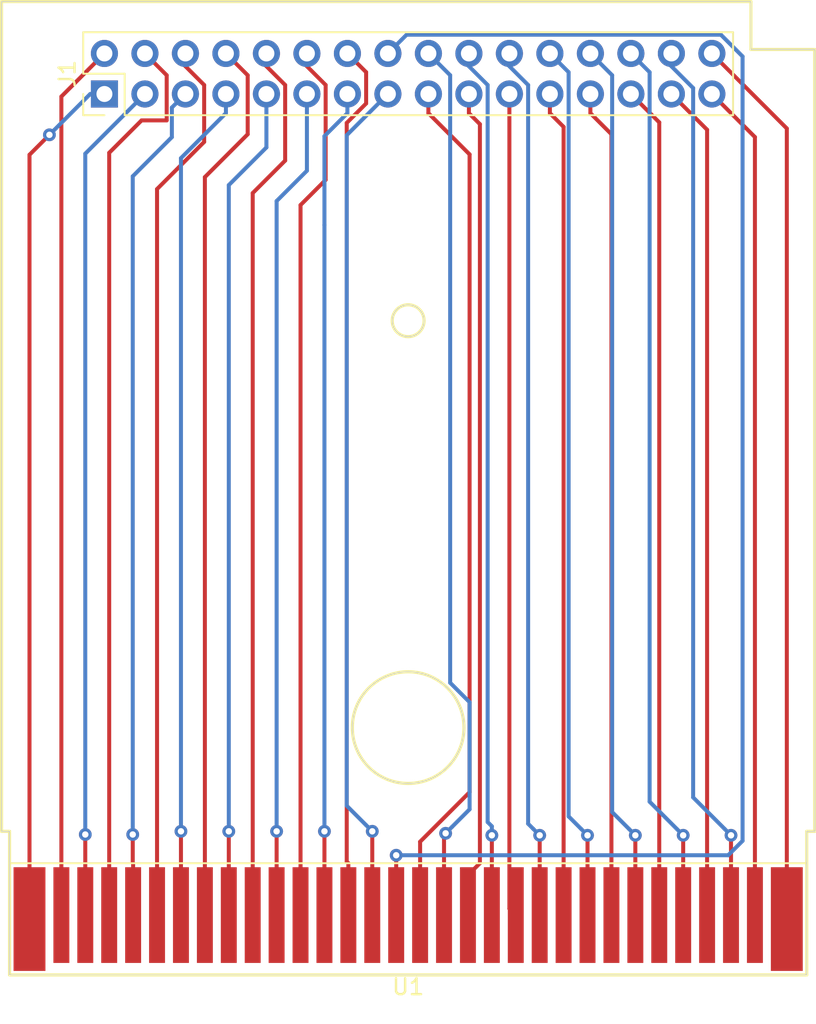
<source format=kicad_pcb>
(kicad_pcb (version 20171130) (host pcbnew "(5.1.4)-1")

  (general
    (thickness 1.6)
    (drawings 12)
    (tracks 165)
    (zones 0)
    (modules 2)
    (nets 33)
  )

  (page A4)
  (layers
    (0 F.Cu signal)
    (31 B.Cu signal)
    (32 B.Adhes user)
    (33 F.Adhes user)
    (34 B.Paste user)
    (35 F.Paste user)
    (36 B.SilkS user)
    (37 F.SilkS user)
    (38 B.Mask user)
    (39 F.Mask user)
    (40 Dwgs.User user)
    (41 Cmts.User user)
    (42 Eco1.User user)
    (43 Eco2.User user)
    (44 Edge.Cuts user)
    (45 Margin user)
    (46 B.CrtYd user)
    (47 F.CrtYd user)
    (48 B.Fab user)
    (49 F.Fab user)
  )

  (setup
    (last_trace_width 0.25)
    (trace_clearance 0.2)
    (zone_clearance 0.508)
    (zone_45_only no)
    (trace_min 0.2)
    (via_size 0.8)
    (via_drill 0.4)
    (via_min_size 0.4)
    (via_min_drill 0.3)
    (uvia_size 0.3)
    (uvia_drill 0.1)
    (uvias_allowed no)
    (uvia_min_size 0.2)
    (uvia_min_drill 0.1)
    (edge_width 0.05)
    (segment_width 0.2)
    (pcb_text_width 0.3)
    (pcb_text_size 1.5 1.5)
    (mod_edge_width 0.12)
    (mod_text_size 1 1)
    (mod_text_width 0.15)
    (pad_size 1.524 1.524)
    (pad_drill 0.762)
    (pad_to_mask_clearance 0.051)
    (solder_mask_min_width 0.25)
    (aux_axis_origin 0 0)
    (visible_elements 7FFFF7FF)
    (pcbplotparams
      (layerselection 0x010fc_ffffffff)
      (usegerberextensions false)
      (usegerberattributes false)
      (usegerberadvancedattributes false)
      (creategerberjobfile false)
      (excludeedgelayer true)
      (linewidth 0.100000)
      (plotframeref false)
      (viasonmask false)
      (mode 1)
      (useauxorigin false)
      (hpglpennumber 1)
      (hpglpenspeed 20)
      (hpglpendiameter 15.000000)
      (psnegative false)
      (psa4output false)
      (plotreference true)
      (plotvalue true)
      (plotinvisibletext false)
      (padsonsilk false)
      (subtractmaskfromsilk false)
      (outputformat 1)
      (mirror false)
      (drillshape 1)
      (scaleselection 1)
      (outputdirectory ""))
  )

  (net 0 "")
  (net 1 +5V)
  (net 2 /CLK)
  (net 3 /~WR)
  (net 4 /~RD)
  (net 5 /~CS)
  (net 6 /A0)
  (net 7 /A1)
  (net 8 /A2)
  (net 9 /A3)
  (net 10 /A4)
  (net 11 /A5)
  (net 12 /A6)
  (net 13 /A7)
  (net 14 /A8)
  (net 15 /A9)
  (net 16 /A10)
  (net 17 /A11)
  (net 18 /A12)
  (net 19 /A13)
  (net 20 /A14)
  (net 21 /A15)
  (net 22 /D0)
  (net 23 /D1)
  (net 24 /D2)
  (net 25 /D3)
  (net 26 /D4)
  (net 27 /D5)
  (net 28 /D6)
  (net 29 /D7)
  (net 30 /~RESET)
  (net 31 /AUDIO)
  (net 32 GND)

  (net_class Default "This is the default net class."
    (clearance 0.2)
    (trace_width 0.25)
    (via_dia 0.8)
    (via_drill 0.4)
    (uvia_dia 0.3)
    (uvia_drill 0.1)
    (add_net +5V)
    (add_net /A0)
    (add_net /A1)
    (add_net /A10)
    (add_net /A11)
    (add_net /A12)
    (add_net /A13)
    (add_net /A14)
    (add_net /A15)
    (add_net /A2)
    (add_net /A3)
    (add_net /A4)
    (add_net /A5)
    (add_net /A6)
    (add_net /A7)
    (add_net /A8)
    (add_net /A9)
    (add_net /AUDIO)
    (add_net /CLK)
    (add_net /D0)
    (add_net /D1)
    (add_net /D2)
    (add_net /D3)
    (add_net /D4)
    (add_net /D5)
    (add_net /D6)
    (add_net /D7)
    (add_net /~CS)
    (add_net /~RD)
    (add_net /~RESET)
    (add_net /~WR)
    (add_net GND)
  )

  (module GameBoy:GAMEBOY_CART_EDGE_1x32_P1.5 (layer F.Cu) (tedit 5D8646A2) (tstamp 5D86F7BB)
    (at 150 100)
    (path /5D876457)
    (attr smd)
    (fp_text reference U1 (at 0 4.5) (layer F.SilkS)
      (effects (font (size 1 1) (thickness 0.15)))
    )
    (fp_text value GAMEBOY_CART_EDGE (at 0 6) (layer F.Fab)
      (effects (font (size 1 1) (thickness 0.15)))
    )
    (fp_circle (center 0 -37.25) (end 1 -37.25) (layer F.SilkS) (width 0.2))
    (fp_circle (center 0 -11.75) (end 3.5 -11.75) (layer F.SilkS) (width 0.2))
    (fp_line (start 21.5 -54.25) (end 25.5 -54.25) (layer F.SilkS) (width 0.2))
    (fp_line (start 21.5 -57.25) (end 21.5 -54.25) (layer F.SilkS) (width 0.2))
    (fp_line (start -25.5 -57.25) (end 21.5 -57.25) (layer F.SilkS) (width 0.2))
    (fp_line (start 25.5 -5.25) (end 25.5 -54.25) (layer F.SilkS) (width 0.2))
    (fp_line (start -25.5 -5.25) (end -25.5 -57.25) (layer F.SilkS) (width 0.2))
    (fp_line (start 25 -5.25) (end 25.5 -5.25) (layer F.SilkS) (width 0.2))
    (fp_line (start 25 3.75) (end 25 -5.25) (layer F.SilkS) (width 0.2))
    (fp_line (start -25 3.75) (end 25 3.75) (layer F.SilkS) (width 0.2))
    (fp_line (start -25.5 -5.25) (end -25 -5.25) (layer F.SilkS) (width 0.2))
    (fp_line (start -25 3.75) (end -25 -5.25) (layer F.SilkS) (width 0.2))
    (fp_line (start -25 -3.25) (end -25 3.75) (layer F.SilkS) (width 0.12))
    (fp_line (start 25 3.75) (end 25 -3.25) (layer F.SilkS) (width 0.12))
    (fp_line (start -25 3.75) (end 25 3.75) (layer F.SilkS) (width 0.12))
    (fp_line (start -25 -3.25) (end 25 -3.25) (layer F.SilkS) (width 0.12))
    (pad 32 smd rect (at 23.75 0.25) (size 2 6.5) (layers F.Cu F.Paste F.Mask)
      (net 32 GND))
    (pad 31 smd rect (at 21.75 0) (size 1 6) (layers F.Cu F.Paste F.Mask)
      (net 31 /AUDIO))
    (pad 30 smd rect (at 20.25 0) (size 1 6) (layers F.Cu F.Paste F.Mask)
      (net 30 /~RESET))
    (pad 29 smd rect (at 18.75 0) (size 1 6) (layers F.Cu F.Paste F.Mask)
      (net 29 /D7))
    (pad 28 smd rect (at 17.25 0) (size 1 6) (layers F.Cu F.Paste F.Mask)
      (net 28 /D6))
    (pad 27 smd rect (at 15.75 0) (size 1 6) (layers F.Cu F.Paste F.Mask)
      (net 27 /D5))
    (pad 26 smd rect (at 14.25 0) (size 1 6) (layers F.Cu F.Paste F.Mask)
      (net 26 /D4))
    (pad 25 smd rect (at 12.75 0) (size 1 6) (layers F.Cu F.Paste F.Mask)
      (net 25 /D3))
    (pad 24 smd rect (at 11.25 0) (size 1 6) (layers F.Cu F.Paste F.Mask)
      (net 24 /D2))
    (pad 23 smd rect (at 9.75 0) (size 1 6) (layers F.Cu F.Paste F.Mask)
      (net 23 /D1))
    (pad 22 smd rect (at 8.25 0) (size 1 6) (layers F.Cu F.Paste F.Mask)
      (net 22 /D0))
    (pad 21 smd rect (at 6.75 0) (size 1 6) (layers F.Cu F.Paste F.Mask)
      (net 21 /A15))
    (pad 20 smd rect (at 5.25 0) (size 1 6) (layers F.Cu F.Paste F.Mask)
      (net 20 /A14))
    (pad 19 smd rect (at 3.75 0) (size 1 6) (layers F.Cu F.Paste F.Mask)
      (net 19 /A13))
    (pad 18 smd rect (at 2.25 0) (size 1 6) (layers F.Cu F.Paste F.Mask)
      (net 18 /A12))
    (pad 17 smd rect (at 0.75 0) (size 1 6) (layers F.Cu F.Paste F.Mask)
      (net 17 /A11))
    (pad 16 smd rect (at -0.75 0) (size 1 6) (layers F.Cu F.Paste F.Mask)
      (net 16 /A10))
    (pad 15 smd rect (at -2.25 0) (size 1 6) (layers F.Cu F.Paste F.Mask)
      (net 15 /A9))
    (pad 14 smd rect (at -3.75 0) (size 1 6) (layers F.Cu F.Paste F.Mask)
      (net 14 /A8))
    (pad 13 smd rect (at -5.25 0) (size 1 6) (layers F.Cu F.Paste F.Mask)
      (net 13 /A7))
    (pad 12 smd rect (at -6.75 0) (size 1 6) (layers F.Cu F.Paste F.Mask)
      (net 12 /A6))
    (pad 11 smd rect (at -8.25 0) (size 1 6) (layers F.Cu F.Paste F.Mask)
      (net 11 /A5))
    (pad 10 smd rect (at -9.75 0) (size 1 6) (layers F.Cu F.Paste F.Mask)
      (net 10 /A4))
    (pad 9 smd rect (at -11.25 0) (size 1 6) (layers F.Cu F.Paste F.Mask)
      (net 9 /A3))
    (pad 8 smd rect (at -12.75 0) (size 1 6) (layers F.Cu F.Paste F.Mask)
      (net 8 /A2))
    (pad 7 smd rect (at -14.25 0) (size 1 6) (layers F.Cu F.Paste F.Mask)
      (net 7 /A1))
    (pad 6 smd rect (at -15.75 0) (size 1 6) (layers F.Cu F.Paste F.Mask)
      (net 6 /A0))
    (pad 5 smd rect (at -17.25 0) (size 1 6) (layers F.Cu F.Paste F.Mask)
      (net 5 /~CS))
    (pad 4 smd rect (at -18.75 0) (size 1 6) (layers F.Cu F.Paste F.Mask)
      (net 4 /~RD))
    (pad 3 smd rect (at -20.25 0) (size 1 6) (layers F.Cu F.Paste F.Mask)
      (net 3 /~WR))
    (pad 2 smd rect (at -21.75 0) (size 1 6) (layers F.Cu F.Paste F.Mask)
      (net 2 /CLK))
    (pad 1 smd rect (at -23.75 0.25) (size 2 6.5) (layers F.Cu F.Paste F.Mask)
      (net 1 +5V))
  )

  (module Connector_PinHeader_2.54mm:PinHeader_2x16_P2.54mm_Vertical (layer F.Cu) (tedit 59FED5CC) (tstamp 5D86CF99)
    (at 130.95 48.54 90)
    (descr "Through hole straight pin header, 2x16, 2.54mm pitch, double rows")
    (tags "Through hole pin header THT 2x16 2.54mm double row")
    (path /5D8BB83B)
    (fp_text reference J1 (at 1.27 -2.33 90) (layer F.SilkS)
      (effects (font (size 1 1) (thickness 0.15)))
    )
    (fp_text value Conn_02x16_Odd_Even (at -3.81 19.05 180) (layer F.Fab)
      (effects (font (size 1 1) (thickness 0.15)))
    )
    (fp_line (start 0 -1.27) (end 3.81 -1.27) (layer F.Fab) (width 0.1))
    (fp_line (start 3.81 -1.27) (end 3.81 39.37) (layer F.Fab) (width 0.1))
    (fp_line (start 3.81 39.37) (end -1.27 39.37) (layer F.Fab) (width 0.1))
    (fp_line (start -1.27 39.37) (end -1.27 0) (layer F.Fab) (width 0.1))
    (fp_line (start -1.27 0) (end 0 -1.27) (layer F.Fab) (width 0.1))
    (fp_line (start -1.33 39.43) (end 3.87 39.43) (layer F.SilkS) (width 0.12))
    (fp_line (start -1.33 1.27) (end -1.33 39.43) (layer F.SilkS) (width 0.12))
    (fp_line (start 3.87 -1.33) (end 3.87 39.43) (layer F.SilkS) (width 0.12))
    (fp_line (start -1.33 1.27) (end 1.27 1.27) (layer F.SilkS) (width 0.12))
    (fp_line (start 1.27 1.27) (end 1.27 -1.33) (layer F.SilkS) (width 0.12))
    (fp_line (start 1.27 -1.33) (end 3.87 -1.33) (layer F.SilkS) (width 0.12))
    (fp_line (start -1.33 0) (end -1.33 -1.33) (layer F.SilkS) (width 0.12))
    (fp_line (start -1.33 -1.33) (end 0 -1.33) (layer F.SilkS) (width 0.12))
    (fp_line (start -1.8 -1.8) (end -1.8 39.9) (layer F.CrtYd) (width 0.05))
    (fp_line (start -1.8 39.9) (end 4.35 39.9) (layer F.CrtYd) (width 0.05))
    (fp_line (start 4.35 39.9) (end 4.35 -1.8) (layer F.CrtYd) (width 0.05))
    (fp_line (start 4.35 -1.8) (end -1.8 -1.8) (layer F.CrtYd) (width 0.05))
    (fp_text user %R (at 1.27 19.05) (layer F.Fab)
      (effects (font (size 1 1) (thickness 0.15)))
    )
    (pad 1 thru_hole rect (at 0 0 90) (size 1.7 1.7) (drill 1) (layers *.Cu *.Mask)
      (net 1 +5V))
    (pad 2 thru_hole oval (at 2.54 0 90) (size 1.7 1.7) (drill 1) (layers *.Cu *.Mask)
      (net 2 /CLK))
    (pad 3 thru_hole oval (at 0 2.54 90) (size 1.7 1.7) (drill 1) (layers *.Cu *.Mask)
      (net 3 /~WR))
    (pad 4 thru_hole oval (at 2.54 2.54 90) (size 1.7 1.7) (drill 1) (layers *.Cu *.Mask)
      (net 4 /~RD))
    (pad 5 thru_hole oval (at 0 5.08 90) (size 1.7 1.7) (drill 1) (layers *.Cu *.Mask)
      (net 5 /~CS))
    (pad 6 thru_hole oval (at 2.54 5.08 90) (size 1.7 1.7) (drill 1) (layers *.Cu *.Mask)
      (net 6 /A0))
    (pad 7 thru_hole oval (at 0 7.62 90) (size 1.7 1.7) (drill 1) (layers *.Cu *.Mask)
      (net 7 /A1))
    (pad 8 thru_hole oval (at 2.54 7.62 90) (size 1.7 1.7) (drill 1) (layers *.Cu *.Mask)
      (net 8 /A2))
    (pad 9 thru_hole oval (at 0 10.16 90) (size 1.7 1.7) (drill 1) (layers *.Cu *.Mask)
      (net 9 /A3))
    (pad 10 thru_hole oval (at 2.54 10.16 90) (size 1.7 1.7) (drill 1) (layers *.Cu *.Mask)
      (net 10 /A4))
    (pad 11 thru_hole oval (at 0 12.7 90) (size 1.7 1.7) (drill 1) (layers *.Cu *.Mask)
      (net 11 /A5))
    (pad 12 thru_hole oval (at 2.54 12.7 90) (size 1.7 1.7) (drill 1) (layers *.Cu *.Mask)
      (net 12 /A6))
    (pad 13 thru_hole oval (at 0 15.24 90) (size 1.7 1.7) (drill 1) (layers *.Cu *.Mask)
      (net 13 /A7))
    (pad 14 thru_hole oval (at 2.54 15.24 90) (size 1.7 1.7) (drill 1) (layers *.Cu *.Mask)
      (net 14 /A8))
    (pad 15 thru_hole oval (at 0 17.78 90) (size 1.7 1.7) (drill 1) (layers *.Cu *.Mask)
      (net 15 /A9))
    (pad 16 thru_hole oval (at 2.54 17.78 90) (size 1.7 1.7) (drill 1) (layers *.Cu *.Mask)
      (net 16 /A10))
    (pad 17 thru_hole oval (at 0 20.32 90) (size 1.7 1.7) (drill 1) (layers *.Cu *.Mask)
      (net 17 /A11))
    (pad 18 thru_hole oval (at 2.54 20.32 90) (size 1.7 1.7) (drill 1) (layers *.Cu *.Mask)
      (net 18 /A12))
    (pad 19 thru_hole oval (at 0 22.86 90) (size 1.7 1.7) (drill 1) (layers *.Cu *.Mask)
      (net 19 /A13))
    (pad 20 thru_hole oval (at 2.54 22.86 90) (size 1.7 1.7) (drill 1) (layers *.Cu *.Mask)
      (net 20 /A14))
    (pad 21 thru_hole oval (at 0 25.4 90) (size 1.7 1.7) (drill 1) (layers *.Cu *.Mask)
      (net 21 /A15))
    (pad 22 thru_hole oval (at 2.54 25.4 90) (size 1.7 1.7) (drill 1) (layers *.Cu *.Mask)
      (net 22 /D0))
    (pad 23 thru_hole oval (at 0 27.94 90) (size 1.7 1.7) (drill 1) (layers *.Cu *.Mask)
      (net 23 /D1))
    (pad 24 thru_hole oval (at 2.54 27.94 90) (size 1.7 1.7) (drill 1) (layers *.Cu *.Mask)
      (net 24 /D2))
    (pad 25 thru_hole oval (at 0 30.48 90) (size 1.7 1.7) (drill 1) (layers *.Cu *.Mask)
      (net 25 /D3))
    (pad 26 thru_hole oval (at 2.54 30.48 90) (size 1.7 1.7) (drill 1) (layers *.Cu *.Mask)
      (net 26 /D4))
    (pad 27 thru_hole oval (at 0 33.02 90) (size 1.7 1.7) (drill 1) (layers *.Cu *.Mask)
      (net 27 /D5))
    (pad 28 thru_hole oval (at 2.54 33.02 90) (size 1.7 1.7) (drill 1) (layers *.Cu *.Mask)
      (net 28 /D6))
    (pad 29 thru_hole oval (at 0 35.56 90) (size 1.7 1.7) (drill 1) (layers *.Cu *.Mask)
      (net 29 /D7))
    (pad 30 thru_hole oval (at 2.54 35.56 90) (size 1.7 1.7) (drill 1) (layers *.Cu *.Mask)
      (net 30 /~RESET))
    (pad 31 thru_hole oval (at 0 38.1 90) (size 1.7 1.7) (drill 1) (layers *.Cu *.Mask)
      (net 31 /AUDIO))
    (pad 32 thru_hole oval (at 2.54 38.1 90) (size 1.7 1.7) (drill 1) (layers *.Cu *.Mask)
      (net 32 GND))
    (model ${KISYS3DMOD}/Connector_PinHeader_2.54mm.3dshapes/PinHeader_2x16_P2.54mm_Vertical.wrl
      (at (xyz 0 0 0))
      (scale (xyz 1 1 1))
      (rotate (xyz 0 0 0))
    )
  )

  (gr_circle (center 150 88.25) (end 153.5 88.25) (layer Edge.Cuts) (width 0.05))
  (gr_circle (center 150 62.75) (end 151 62.75) (layer Edge.Cuts) (width 0.05))
  (gr_line (start 125 94.75) (end 125 103.75) (layer Edge.Cuts) (width 0.05) (tstamp 5D86D0DE))
  (gr_line (start 124.5 94.75) (end 125 94.75) (layer Edge.Cuts) (width 0.05))
  (gr_line (start 124.5 42.75) (end 124.5 94.75) (layer Edge.Cuts) (width 0.05))
  (gr_line (start 171.5 42.75) (end 124.5 42.75) (layer Edge.Cuts) (width 0.05))
  (gr_line (start 171.5 45.75) (end 171.5 42.75) (layer Edge.Cuts) (width 0.05))
  (gr_line (start 175.5 45.75) (end 171.5 45.75) (layer Edge.Cuts) (width 0.05))
  (gr_line (start 175.5 94.75) (end 175.5 45.75) (layer Edge.Cuts) (width 0.05))
  (gr_line (start 175 94.75) (end 175.5 94.75) (layer Edge.Cuts) (width 0.05))
  (gr_line (start 175 103.75) (end 175 94.75) (layer Edge.Cuts) (width 0.05))
  (gr_line (start 125 103.75) (end 175 103.75) (layer Edge.Cuts) (width 0.05))

  (via (at 127.5 51.1) (size 0.8) (drill 0.4) (layers F.Cu B.Cu) (net 1))
  (segment (start 126.25 100.25) (end 126.25 52.35) (width 0.25) (layer F.Cu) (net 1))
  (segment (start 126.25 52.35) (end 127.5 51.1) (width 0.25) (layer F.Cu) (net 1))
  (segment (start 130.06 48.54) (end 130.95 48.54) (width 0.25) (layer B.Cu) (net 1))
  (segment (start 127.5 51.1) (end 130.06 48.54) (width 0.25) (layer B.Cu) (net 1))
  (segment (start 128.25 48.7) (end 128.25 100) (width 0.25) (layer F.Cu) (net 2))
  (segment (start 130.95 46) (end 128.25 48.7) (width 0.25) (layer F.Cu) (net 2))
  (segment (start 129.75 100) (end 129.75 96.75) (width 0.25) (layer F.Cu) (net 3))
  (via (at 129.75 94.95) (size 0.8) (drill 0.4) (layers F.Cu B.Cu) (net 3))
  (segment (start 129.75 96.75) (end 129.75 94.95) (width 0.25) (layer F.Cu) (net 3))
  (segment (start 129.75 52.28) (end 129.75 94.95) (width 0.25) (layer B.Cu) (net 3))
  (segment (start 133.49 48.54) (end 129.75 52.28) (width 0.25) (layer B.Cu) (net 3))
  (segment (start 134.854999 47.364999) (end 134.854999 50.195001) (width 0.25) (layer F.Cu) (net 4))
  (segment (start 133.49 46) (end 134.854999 47.364999) (width 0.25) (layer F.Cu) (net 4))
  (segment (start 134.854999 50.195001) (end 133.279999 50.195001) (width 0.25) (layer F.Cu) (net 4))
  (segment (start 131.25 52.225) (end 131.25 100) (width 0.25) (layer F.Cu) (net 4))
  (segment (start 133.279999 50.195001) (end 131.25 52.225) (width 0.25) (layer F.Cu) (net 4))
  (segment (start 132.75 96.75) (end 132.725 96.725) (width 0.25) (layer F.Cu) (net 5))
  (segment (start 132.75 100) (end 132.75 96.75) (width 0.25) (layer F.Cu) (net 5))
  (via (at 132.725 94.95) (size 0.8) (drill 0.4) (layers F.Cu B.Cu) (net 5))
  (segment (start 132.725 96.725) (end 132.725 94.95) (width 0.25) (layer F.Cu) (net 5))
  (segment (start 135.180001 49.389999) (end 135.180001 51.244999) (width 0.25) (layer B.Cu) (net 5))
  (segment (start 136.03 48.54) (end 135.180001 49.389999) (width 0.25) (layer B.Cu) (net 5))
  (segment (start 132.725 53.7) (end 132.725 94.95) (width 0.25) (layer B.Cu) (net 5))
  (segment (start 135.180001 51.244999) (end 132.725 53.7) (width 0.25) (layer B.Cu) (net 5))
  (segment (start 137.205001 47.975999) (end 137.205001 51.544999) (width 0.25) (layer F.Cu) (net 6))
  (segment (start 136.03 46) (end 136.03 46.800998) (width 0.25) (layer F.Cu) (net 6))
  (segment (start 136.03 46.800998) (end 137.205001 47.975999) (width 0.25) (layer F.Cu) (net 6))
  (segment (start 137.205001 51.544999) (end 134.25 54.5) (width 0.25) (layer F.Cu) (net 6))
  (segment (start 134.25 54.5) (end 134.25 100) (width 0.25) (layer F.Cu) (net 6))
  (segment (start 135.75 100) (end 135.75 95) (width 0.25) (layer F.Cu) (net 7))
  (via (at 135.75 94.75) (size 0.8) (drill 0.4) (layers F.Cu B.Cu) (net 7))
  (segment (start 135.75 95) (end 135.75 94.75) (width 0.25) (layer F.Cu) (net 7))
  (segment (start 138.57 49.742081) (end 135.75 52.562081) (width 0.25) (layer B.Cu) (net 7))
  (segment (start 138.57 48.54) (end 138.57 49.742081) (width 0.25) (layer B.Cu) (net 7))
  (segment (start 135.75 52.562081) (end 135.75 94.75) (width 0.25) (layer B.Cu) (net 7))
  (segment (start 139.934999 47.364999) (end 139.934999 51.065001) (width 0.25) (layer F.Cu) (net 8))
  (segment (start 138.57 46) (end 139.934999 47.364999) (width 0.25) (layer F.Cu) (net 8))
  (segment (start 137.25 53.75) (end 137.25 100) (width 0.25) (layer F.Cu) (net 8))
  (segment (start 139.934999 51.065001) (end 137.25 53.75) (width 0.25) (layer F.Cu) (net 8))
  (segment (start 138.75 100) (end 138.75 94.75) (width 0.25) (layer F.Cu) (net 9))
  (via (at 138.75 94.75) (size 0.8) (drill 0.4) (layers F.Cu B.Cu) (net 9))
  (segment (start 141.11 48.54) (end 141.11 51.89) (width 0.25) (layer B.Cu) (net 9))
  (segment (start 141.11 51.89) (end 138.75 54.25) (width 0.25) (layer B.Cu) (net 9))
  (segment (start 138.75 54.25) (end 138.75 94.75) (width 0.25) (layer B.Cu) (net 9))
  (segment (start 142.285001 47.975999) (end 142.285001 52.714999) (width 0.25) (layer F.Cu) (net 10))
  (segment (start 141.11 46) (end 141.11 46.800998) (width 0.25) (layer F.Cu) (net 10))
  (segment (start 141.11 46.800998) (end 142.285001 47.975999) (width 0.25) (layer F.Cu) (net 10))
  (segment (start 142.285001 52.714999) (end 140.25 54.75) (width 0.25) (layer F.Cu) (net 10))
  (segment (start 140.25 54.75) (end 140.25 100) (width 0.25) (layer F.Cu) (net 10))
  (segment (start 141.75 100) (end 141.75 94.75) (width 0.25) (layer F.Cu) (net 11))
  (via (at 141.75 94.75) (size 0.8) (drill 0.4) (layers F.Cu B.Cu) (net 11))
  (segment (start 143.65 48.54) (end 143.65 53.35) (width 0.25) (layer B.Cu) (net 11))
  (segment (start 143.65 53.35) (end 141.75 55.25) (width 0.25) (layer B.Cu) (net 11))
  (segment (start 141.75 55.25) (end 141.75 94.75) (width 0.25) (layer B.Cu) (net 11))
  (segment (start 144.825001 47.975999) (end 144.825001 53.924999) (width 0.25) (layer F.Cu) (net 12))
  (segment (start 143.65 46) (end 143.65 46.800998) (width 0.25) (layer F.Cu) (net 12))
  (segment (start 143.65 46.800998) (end 144.825001 47.975999) (width 0.25) (layer F.Cu) (net 12))
  (segment (start 144.825001 53.924999) (end 143.25 55.5) (width 0.25) (layer F.Cu) (net 12))
  (segment (start 143.25 97) (end 143.25 100) (width 0.25) (layer F.Cu) (net 12))
  (segment (start 143.25 55.5) (end 143.25 97) (width 0.25) (layer F.Cu) (net 12))
  (segment (start 144.75 100) (end 144.75 94.75) (width 0.25) (layer F.Cu) (net 13))
  (via (at 144.75 94.75) (size 0.8) (drill 0.4) (layers F.Cu B.Cu) (net 13))
  (segment (start 146.19 49.742081) (end 144.75 51.182081) (width 0.25) (layer B.Cu) (net 13))
  (segment (start 146.19 48.54) (end 146.19 49.742081) (width 0.25) (layer B.Cu) (net 13))
  (segment (start 144.75 51.182081) (end 144.75 56.75) (width 0.25) (layer B.Cu) (net 13))
  (segment (start 144.75 56.75) (end 144.75 94.75) (width 0.25) (layer B.Cu) (net 13))
  (segment (start 146.25 96.75) (end 146.25 100) (width 0.25) (layer F.Cu) (net 14))
  (segment (start 146.146993 96.646993) (end 146.25 96.75) (width 0.25) (layer F.Cu) (net 14))
  (segment (start 146.146993 50.353007) (end 146.146993 96.646993) (width 0.25) (layer F.Cu) (net 14))
  (segment (start 147.365001 49.134999) (end 146.146993 50.353007) (width 0.25) (layer F.Cu) (net 14))
  (segment (start 147.365001 47.175001) (end 147.365001 49.134999) (width 0.25) (layer F.Cu) (net 14))
  (segment (start 146.19 46) (end 147.365001 47.175001) (width 0.25) (layer F.Cu) (net 14))
  (segment (start 147.75 100) (end 147.75 94.75) (width 0.25) (layer F.Cu) (net 15))
  (via (at 147.75 94.75) (size 0.8) (drill 0.4) (layers F.Cu B.Cu) (net 15))
  (segment (start 147.350001 94.350001) (end 147.75 94.75) (width 0.25) (layer B.Cu) (net 15))
  (segment (start 146.146993 93.146993) (end 147.350001 94.350001) (width 0.25) (layer B.Cu) (net 15))
  (segment (start 146.146993 51.123007) (end 146.146993 93.146993) (width 0.25) (layer B.Cu) (net 15))
  (segment (start 148.73 48.54) (end 146.146993 51.123007) (width 0.25) (layer B.Cu) (net 15))
  (segment (start 149.25 100) (end 149.25 96.25) (width 0.25) (layer F.Cu) (net 16))
  (via (at 149.25 96.25) (size 0.8) (drill 0.4) (layers F.Cu B.Cu) (net 16))
  (segment (start 149.579999 45.150001) (end 148.73 46) (width 0.25) (layer B.Cu) (net 16))
  (segment (start 149.905001 44.824999) (end 149.579999 45.150001) (width 0.25) (layer B.Cu) (net 16))
  (segment (start 169.614001 44.824999) (end 149.905001 44.824999) (width 0.25) (layer B.Cu) (net 16))
  (segment (start 170.975001 46.185999) (end 169.614001 44.824999) (width 0.25) (layer B.Cu) (net 16))
  (segment (start 170.975001 95.348001) (end 170.975001 46.185999) (width 0.25) (layer B.Cu) (net 16))
  (segment (start 170.073002 96.25) (end 170.975001 95.348001) (width 0.25) (layer B.Cu) (net 16))
  (segment (start 149.25 96.25) (end 170.073002 96.25) (width 0.25) (layer B.Cu) (net 16))
  (segment (start 150.75 96.75) (end 150.75 100) (width 0.25) (layer F.Cu) (net 17))
  (segment (start 150.75 95.401998) (end 150.75 96.75) (width 0.25) (layer F.Cu) (net 17))
  (segment (start 153.853006 92.298992) (end 150.75 95.401998) (width 0.25) (layer F.Cu) (net 17))
  (segment (start 153.853006 52.325087) (end 153.853006 92.298992) (width 0.25) (layer F.Cu) (net 17))
  (segment (start 151.27 49.742081) (end 153.853006 52.325087) (width 0.25) (layer F.Cu) (net 17))
  (segment (start 151.27 48.54) (end 151.27 49.742081) (width 0.25) (layer F.Cu) (net 17))
  (via (at 152.35 94.875) (size 0.8) (drill 0.4) (layers F.Cu B.Cu) (net 18))
  (segment (start 152.25 100) (end 152.25 94.975) (width 0.25) (layer F.Cu) (net 18))
  (segment (start 152.25 94.975) (end 152.35 94.875) (width 0.25) (layer F.Cu) (net 18))
  (segment (start 152.749999 94.475001) (end 152.35 94.875) (width 0.25) (layer B.Cu) (net 18))
  (segment (start 153.853006 93.371994) (end 152.749999 94.475001) (width 0.25) (layer B.Cu) (net 18))
  (segment (start 153.853006 86.656643) (end 153.853006 93.371994) (width 0.25) (layer B.Cu) (net 18))
  (segment (start 152.634999 85.438636) (end 153.853006 86.656643) (width 0.25) (layer B.Cu) (net 18))
  (segment (start 152.634999 47.364999) (end 152.634999 85.438636) (width 0.25) (layer B.Cu) (net 18))
  (segment (start 151.27 46) (end 152.634999 47.364999) (width 0.25) (layer B.Cu) (net 18))
  (segment (start 153.75 97.5) (end 153.75 100) (width 0.25) (layer F.Cu) (net 19))
  (segment (start 154.5 96.75) (end 153.75 97.5) (width 0.25) (layer F.Cu) (net 19))
  (segment (start 154.5 50.432081) (end 154.5 96.75) (width 0.25) (layer F.Cu) (net 19))
  (segment (start 153.81 49.742081) (end 154.5 50.432081) (width 0.25) (layer F.Cu) (net 19))
  (segment (start 153.81 48.54) (end 153.81 49.742081) (width 0.25) (layer F.Cu) (net 19))
  (segment (start 155.25 100) (end 155.25 95) (width 0.25) (layer F.Cu) (net 20))
  (via (at 155.25 95) (size 0.8) (drill 0.4) (layers F.Cu B.Cu) (net 20))
  (segment (start 153.81 46.800998) (end 154.985001 47.975999) (width 0.25) (layer B.Cu) (net 20))
  (segment (start 153.81 46) (end 153.81 46.800998) (width 0.25) (layer B.Cu) (net 20))
  (segment (start 154.985001 47.975999) (end 154.985001 94.169316) (width 0.25) (layer B.Cu) (net 20))
  (segment (start 154.985001 94.169316) (end 155.25 94.434315) (width 0.25) (layer B.Cu) (net 20))
  (segment (start 155.25 94.434315) (end 155.25 95) (width 0.25) (layer B.Cu) (net 20))
  (segment (start 156.35 99.6) (end 156.75 100) (width 0.25) (layer F.Cu) (net 21))
  (segment (start 156.35 48.54) (end 156.35 99.6) (width 0.25) (layer F.Cu) (net 21))
  (via (at 158.25 95) (size 0.8) (drill 0.4) (layers F.Cu B.Cu) (net 22))
  (segment (start 158.25 100) (end 158.25 95) (width 0.25) (layer F.Cu) (net 22))
  (segment (start 157.850001 94.600001) (end 158.25 95) (width 0.25) (layer B.Cu) (net 22))
  (segment (start 157.525001 94.275001) (end 157.850001 94.600001) (width 0.25) (layer B.Cu) (net 22))
  (segment (start 157.525001 47.975999) (end 157.525001 94.275001) (width 0.25) (layer B.Cu) (net 22))
  (segment (start 156.35 46.800998) (end 157.525001 47.975999) (width 0.25) (layer B.Cu) (net 22))
  (segment (start 156.35 46) (end 156.35 46.800998) (width 0.25) (layer B.Cu) (net 22))
  (segment (start 159.75 96.75) (end 159.75 100) (width 0.25) (layer F.Cu) (net 23))
  (segment (start 159.75 50.602081) (end 159.75 96.75) (width 0.25) (layer F.Cu) (net 23))
  (segment (start 158.89 49.742081) (end 159.75 50.602081) (width 0.25) (layer F.Cu) (net 23))
  (segment (start 158.89 48.54) (end 158.89 49.742081) (width 0.25) (layer F.Cu) (net 23))
  (segment (start 161.25 100) (end 161.25 95) (width 0.25) (layer F.Cu) (net 24))
  (via (at 161.25 95) (size 0.8) (drill 0.4) (layers F.Cu B.Cu) (net 24))
  (segment (start 160.850001 94.600001) (end 161.25 95) (width 0.25) (layer B.Cu) (net 24))
  (segment (start 160.065001 93.815001) (end 160.850001 94.600001) (width 0.25) (layer B.Cu) (net 24))
  (segment (start 160.065001 47.175001) (end 160.065001 93.815001) (width 0.25) (layer B.Cu) (net 24))
  (segment (start 158.89 46) (end 160.065001 47.175001) (width 0.25) (layer B.Cu) (net 24))
  (segment (start 162.75 96.75) (end 162.75 100) (width 0.25) (layer F.Cu) (net 25))
  (segment (start 162.75 51.062081) (end 162.75 96.75) (width 0.25) (layer F.Cu) (net 25))
  (segment (start 161.43 49.742081) (end 162.75 51.062081) (width 0.25) (layer F.Cu) (net 25))
  (segment (start 161.43 48.54) (end 161.43 49.742081) (width 0.25) (layer F.Cu) (net 25))
  (via (at 164.25 95) (size 0.8) (drill 0.4) (layers F.Cu B.Cu) (net 26))
  (segment (start 164.25 100) (end 164.25 95) (width 0.25) (layer F.Cu) (net 26))
  (segment (start 163.850001 94.600001) (end 164.25 95) (width 0.25) (layer B.Cu) (net 26))
  (segment (start 162.794999 93.544999) (end 163.850001 94.600001) (width 0.25) (layer B.Cu) (net 26))
  (segment (start 162.794999 47.364999) (end 162.794999 93.544999) (width 0.25) (layer B.Cu) (net 26))
  (segment (start 161.43 46) (end 162.794999 47.364999) (width 0.25) (layer B.Cu) (net 26))
  (segment (start 165.75 50.32) (end 165.75 100) (width 0.25) (layer F.Cu) (net 27))
  (segment (start 163.97 48.54) (end 165.75 50.32) (width 0.25) (layer F.Cu) (net 27))
  (segment (start 167.25 100) (end 167.25 95) (width 0.25) (layer F.Cu) (net 28))
  (via (at 167.25 95) (size 0.8) (drill 0.4) (layers F.Cu B.Cu) (net 28))
  (segment (start 166.850001 94.600001) (end 167.25 95) (width 0.25) (layer B.Cu) (net 28))
  (segment (start 165.145001 92.895001) (end 166.850001 94.600001) (width 0.25) (layer B.Cu) (net 28))
  (segment (start 165.145001 47.175001) (end 165.145001 92.895001) (width 0.25) (layer B.Cu) (net 28))
  (segment (start 163.97 46) (end 165.145001 47.175001) (width 0.25) (layer B.Cu) (net 28))
  (segment (start 168.75 50.78) (end 168.75 100) (width 0.25) (layer F.Cu) (net 29))
  (segment (start 166.51 48.54) (end 168.75 50.78) (width 0.25) (layer F.Cu) (net 29))
  (via (at 170.25 95) (size 0.8) (drill 0.4) (layers F.Cu B.Cu) (net 30))
  (segment (start 170.25 100) (end 170.25 95) (width 0.25) (layer F.Cu) (net 30))
  (segment (start 169.850001 94.600001) (end 170.25 95) (width 0.25) (layer B.Cu) (net 30))
  (segment (start 167.874999 92.624999) (end 169.850001 94.600001) (width 0.25) (layer B.Cu) (net 30))
  (segment (start 167.874999 48.165997) (end 167.874999 92.624999) (width 0.25) (layer B.Cu) (net 30))
  (segment (start 166.51 46.800998) (end 167.874999 48.165997) (width 0.25) (layer B.Cu) (net 30))
  (segment (start 166.51 46) (end 166.51 46.800998) (width 0.25) (layer B.Cu) (net 30))
  (segment (start 171.75 51.24) (end 171.75 100) (width 0.25) (layer F.Cu) (net 31))
  (segment (start 169.05 48.54) (end 171.75 51.24) (width 0.25) (layer F.Cu) (net 31))
  (segment (start 173.75 50.7) (end 169.05 46) (width 0.25) (layer F.Cu) (net 32))
  (segment (start 173.75 100.25) (end 173.75 50.7) (width 0.25) (layer F.Cu) (net 32))

)

</source>
